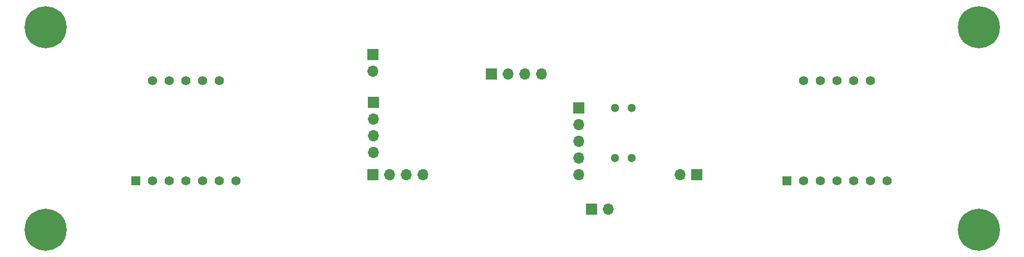
<source format=gbr>
%TF.GenerationSoftware,KiCad,Pcbnew,(5.1.9)-1*%
%TF.CreationDate,2021-04-28T17:58:15+02:00*%
%TF.ProjectId,Hoofdbord,486f6f66-6462-46f7-9264-2e6b69636164,rev?*%
%TF.SameCoordinates,Original*%
%TF.FileFunction,Soldermask,Bot*%
%TF.FilePolarity,Negative*%
%FSLAX46Y46*%
G04 Gerber Fmt 4.6, Leading zero omitted, Abs format (unit mm)*
G04 Created by KiCad (PCBNEW (5.1.9)-1) date 2021-04-28 17:58:15*
%MOMM*%
%LPD*%
G01*
G04 APERTURE LIST*
%ADD10O,1.700000X1.700000*%
%ADD11R,1.700000X1.700000*%
%ADD12R,1.416000X1.416000*%
%ADD13C,1.416000*%
%ADD14C,6.400000*%
%ADD15C,0.800000*%
%ADD16C,1.300000*%
G04 APERTURE END LIST*
D10*
%TO.C,J5*%
X3556000Y8382000D03*
X1016000Y8382000D03*
X-1524000Y8382000D03*
D11*
X-4064000Y8382000D03*
%TD*%
D12*
%TO.C,DS1*%
X40830500Y-7874000D03*
D13*
X43370500Y-7874000D03*
X45910500Y-7874000D03*
X48450500Y-7874000D03*
X50990500Y-7874000D03*
X53530500Y-7874000D03*
X56070500Y-7874000D03*
X53530500Y7366000D03*
X50990500Y7366000D03*
X48450500Y7366000D03*
X45910500Y7366000D03*
X43370500Y7366000D03*
%TD*%
D14*
%TO.C,*%
X-71945500Y15494000D03*
D15*
X-69545500Y15494000D03*
X-70248444Y13796944D03*
X-71945500Y13094000D03*
X-73642556Y13796944D03*
X-74345500Y15494000D03*
X-73642556Y17191056D03*
X-71945500Y17894000D03*
X-70248444Y17191056D03*
%TD*%
D14*
%TO.C,*%
X70040500Y-15367000D03*
D15*
X72440500Y-15367000D03*
X71737556Y-17064056D03*
X70040500Y-17767000D03*
X68343444Y-17064056D03*
X67640500Y-15367000D03*
X68343444Y-13669944D03*
X70040500Y-12967000D03*
X71737556Y-13669944D03*
%TD*%
D14*
%TO.C,*%
X-71945500Y-15367000D03*
D15*
X-69545500Y-15367000D03*
X-70248444Y-17064056D03*
X-71945500Y-17767000D03*
X-73642556Y-17064056D03*
X-74345500Y-15367000D03*
X-73642556Y-13669944D03*
X-71945500Y-12967000D03*
X-70248444Y-13669944D03*
%TD*%
D14*
%TO.C,*%
X70040500Y15494000D03*
D15*
X72440500Y15494000D03*
X71737556Y13796944D03*
X70040500Y13094000D03*
X68343444Y13796944D03*
X67640500Y15494000D03*
X68343444Y17191056D03*
X70040500Y17894000D03*
X71737556Y17191056D03*
%TD*%
D10*
%TO.C,SW2*%
X24574500Y-6985000D03*
D11*
X27114500Y-6985000D03*
%TD*%
D10*
%TO.C,J3*%
X9207500Y-6985000D03*
X9207500Y-4445000D03*
X9207500Y-1905000D03*
X9207500Y635000D03*
D11*
X9207500Y3175000D03*
%TD*%
D10*
%TO.C,J4*%
X-14541500Y-6985000D03*
X-17081500Y-6985000D03*
X-19621500Y-6985000D03*
D11*
X-22161500Y-6985000D03*
%TD*%
D16*
%TO.C,SW3*%
X14668500Y3175000D03*
X17208500Y3175000D03*
X17208500Y-4445000D03*
X14668500Y-4445000D03*
%TD*%
D10*
%TO.C,SW1*%
X13652500Y-12192000D03*
D11*
X11112500Y-12192000D03*
%TD*%
%TO.C,J1*%
X-22034500Y4064000D03*
D10*
X-22034500Y1524000D03*
X-22034500Y-1016000D03*
X-22034500Y-3556000D03*
%TD*%
%TO.C,J2*%
X-22098000Y8763000D03*
D11*
X-22098000Y11303000D03*
%TD*%
D13*
%TO.C,DS2*%
X-55689500Y7366000D03*
X-53149500Y7366000D03*
X-50609500Y7366000D03*
X-48069500Y7366000D03*
X-45529500Y7366000D03*
X-42989500Y-7874000D03*
X-45529500Y-7874000D03*
X-48069500Y-7874000D03*
X-50609500Y-7874000D03*
X-53149500Y-7874000D03*
X-55689500Y-7874000D03*
D12*
X-58229500Y-7874000D03*
%TD*%
M02*

</source>
